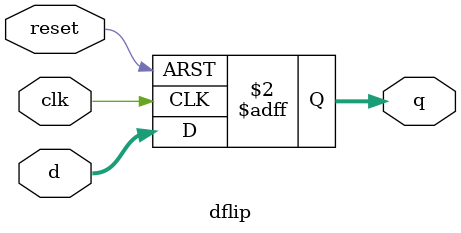
<source format=sv>
module dflip(
  input clk, reset,
  input [31:0] d,
  output reg [31:0] q
  );
  
  always @(posedge clk, posedge reset) 
    if (reset) q <= 0;
    else q <= d;

endmodule

</source>
